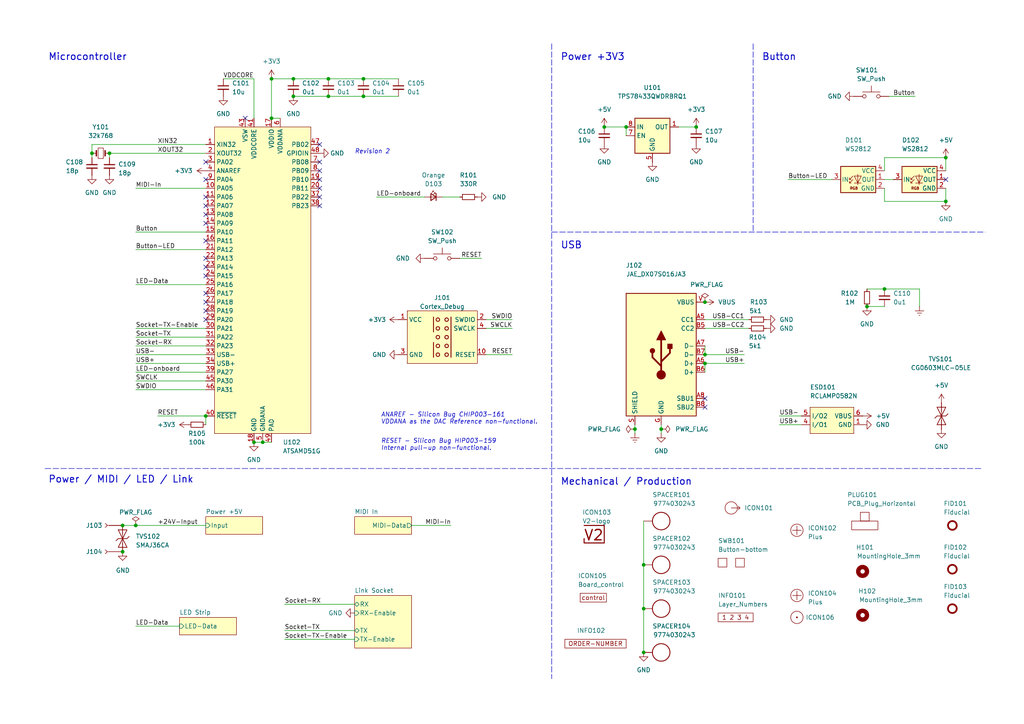
<source format=kicad_sch>
(kicad_sch (version 20250114) (generator "eeschema") (generator_version "9.0")
  (paper "A4")
  (title_block (title "V2 control") (date "2025-10-27") (rev "6") (company "Versio Duo") (comment 1 "Instrument Controller"))
  (lib_symbols
    (symbol "Device:C_Small" (pin_numbers (hide yes)) (pin_names (offset 0.254) (hide yes))
      (property "Reference" "C" (at 0.254 1.778 0))
      (property "Value" "C_Small" (at 0.254 -2.032 0))
      (symbol "C_Small_0_1"
        (polyline (pts (xy -1.524 0.508) (xy 1.524 0.508)) (stroke (width 0.3048)))
        (polyline (pts (xy -1.524 -0.508) (xy 1.524 -0.508)) (stroke (width 0.3302)))
      )
      (symbol "C_Small_1_1"
        (pin passive line (at 0 2.54 270) (length 2.032) (name "~") (number "1"))
        (pin passive line (at 0 -2.54 90) (length 2.032) (name "~") (number "2"))
      )
    )
    (symbol "Device:Crystal_Small" (pin_numbers (hide yes)) (pin_names (offset 1.016) (hide yes))
      (property "Reference" "Y" (at 0 2.54 0))
      (property "Value" "Crystal_Small" (at 0 -2.54 0))
      (symbol "Crystal_Small_0_1"
        (polyline (pts (xy -1.27 -0.762) (xy -1.27 0.762)) (stroke (width 0.381)))
        (rectangle (start -0.762 -1.524) (end 0.762 1.524))
        (polyline (pts (xy 1.27 -0.762) (xy 1.27 0.762)) (stroke (width 0.381)))
      )
      (symbol "Crystal_Small_1_1"
        (pin passive line (at -2.54 0 0) (length 1.27) (name "1") (number "1"))
        (pin passive line (at 2.54 0 180) (length 1.27) (name "2") (number "2"))
      )
    )
    (symbol "Device:LED_Small" (pin_numbers (hide yes)) (pin_names (offset 0.254) (hide yes))
      (property "Reference" "D" (at -1.27 3.175 0))
      (property "Value" "LED_Small" (at -4.445 -2.54 0))
      (symbol "LED_Small_0_1"
        (polyline (pts (xy -0.762 -1.016) (xy -0.762 1.016)) (stroke (width 0.254)))
        (polyline (pts (xy 0 0.762) (xy -0.508 1.27) (xy -0.254 1.27) (xy -0.508 1.27) (xy -0.508 1.016)))
        (polyline (pts (xy 0.508 1.27) (xy 0 1.778) (xy 0.254 1.778) (xy 0 1.778) (xy 0 1.524)))
        (polyline (pts (xy 0.762 -1.016) (xy -0.762 0) (xy 0.762 1.016) (xy 0.762 -1.016)) (stroke (width 0.254)))
        (polyline (pts (xy 1.016 0) (xy -0.762 0)))
      )
      (symbol "LED_Small_1_1"
        (pin passive line (at -2.54 0 0) (length 1.778) (name "K") (number "1"))
        (pin passive line (at 2.54 0 180) (length 1.778) (name "A") (number "2"))
      )
    )
    (symbol "Device:R_Small" (pin_numbers (hide yes)) (pin_names (offset 0.254) (hide yes))
      (property "Reference" "R" (at 0 0 90))
      (property "Value" "R_Small" (at 1.778 0 90))
      (symbol "R_Small_0_1"
        (rectangle (start -0.762 1.778) (end 0.762 -1.778) (stroke (width 0.2032)))
      )
      (symbol "R_Small_1_1"
        (pin passive line (at 0 2.54 270) (length 0.762) (name "~") (number "1"))
        (pin passive line (at 0 -2.54 90) (length 0.762) (name "~") (number "2"))
      )
    )
    (symbol "Switch:SW_Push" (pin_numbers (hide yes)) (pin_names (offset 1.016) (hide yes))
      (property "Reference" "SW" (at 1.27 2.54 0))
      (property "Value" "SW_Push" (at 0 -1.524 0))
      (symbol "SW_Push_0_1"
        (circle (center -2.032 0) (radius 0.508))
        (polyline (pts (xy 0 1.27) (xy 0 3.048)))
        (circle (center 2.032 0) (radius 0.508))
        (polyline (pts (xy 2.54 1.27) (xy -2.54 1.27)))
        (pin passive line (at -5.08 0 0) (length 2.54) (name "1") (number "1"))
        (pin passive line (at 5.08 0 180) (length 2.54) (name "2") (number "2"))
      )
    )
    (symbol "V2_Artwork:Arrow_Out" (in_bom no)
      (property "Reference" "ICON" (at -2.54 2.54 0))
      (symbol "Arrow_Out_0_1"
        (polyline (pts (xy 0 0) (xy 2.54 0)))
        (circle (center 0 0) (radius 1.7961))
        (polyline (pts (xy 2.032 0.508) (xy 2.54 0) (xy 2.032 -0.508)))
      )
    )
    (symbol "V2_Artwork:Board_control" (in_bom no)
      (property "Reference" "ICON" (at 0 2.54 0))
      (symbol "Board_control_0_0"
        (rectangle (start -11.43 7.62) (end -11.43 7.62))
        (rectangle (start -3.81 1.27) (end 3.81 -1.27))
        (text "control" (at 0 0 0) (effects (font (size 1.27 1.27))))
      )
    )
    (symbol "V2_Artwork:Dot" (in_bom no)
      (property "Reference" "ICON" (at -2.54 2.54 0))
      (symbol "Dot_0_1"
        (circle (center 0 0) (radius 1.7961))
      )
      (symbol "Dot_1_1"
        (circle (center 0 0) (radius 0.254) (stroke (width -0.0001)) (fill (type outline)))
      )
    )
    (symbol "V2_Artwork:Plus" (in_bom no)
      (property "Reference" "ICON" (at -2.54 2.54 0))
      (symbol "Plus_0_1"
        (polyline (pts (xy -1.27 0) (xy 1.27 0)))
        (polyline (pts (xy 0 1.27) (xy 0 -1.27)))
        (circle (center 0 0) (radius 1.7961))
      )
    )
    (symbol "V2_Artwork:V2-logo" (in_bom no)
      (property "Reference" "ICON" (at -3.302 3.81 0))
      (symbol "V2-logo_1_0"
        (polyline (pts (xy -3.302 2.54) (xy 2.54 2.54) (xy 2.54 -2.54) (xy -3.302 -2.54) (xy -3.302 -1.27)) (stroke (width 0.3)))
      )
      (symbol "V2-logo_1_1"
        (text "V2" (at -0.508 -0.254 0) (effects (font (size 3 3) (thickness 0.375))))
      )
    )
    (symbol "V2_Connector_USB:JAE_DX07S016JA3"
      (property "Reference" "J" (at -10.16 22.86 0))
      (property "Value" "USB-C_2.0" (at -10.16 20.5 0))
      (symbol "JAE_DX07S016JA3_0_1"
        (rectangle (start -10.16 17.78) (end 10.16 -17.78) (stroke (width 0.254)) (fill (type background)))
        (circle (center -2.54 1.143) (radius 0.635) (stroke (width 0.254)) (fill (type outline)))
        (polyline (pts (xy -1.27 4.318) (xy 0 6.858) (xy 1.27 4.318) (xy -1.27 4.318)) (stroke (width 0.254)) (fill (type outline)))
        (polyline (pts (xy 0 -2.032) (xy 2.54 0.508) (xy 2.54 1.778)) (stroke (width 0.508)))
        (polyline (pts (xy 0 -3.302) (xy -2.54 -0.762) (xy -2.54 0.508)) (stroke (width 0.508)))
        (polyline (pts (xy 0 -5.842) (xy 0 4.318)) (stroke (width 0.508)))
        (circle (center 0 -5.842) (radius 1.27) (fill (type outline)))
        (rectangle (start 1.905 1.778) (end 3.175 3.048) (stroke (width 0.254)) (fill (type outline)))
      )
      (symbol "JAE_DX07S016JA3_1_1"
        (pin passive line (at -7.62 -20.32 90) (length 2.54) (name "SHIELD") (number "S"))
        (pin passive line (at 0 -20.32 90) (length 2.54) (name "GND") (number "G"))
        (pin passive line (at 12.7 15.24 180) (length 2.54) (name "VBUS") (number "V"))
        (pin bidirectional line (at 12.7 10.16 180) (length 2.54) (name "CC1") (number "A5"))
        (pin bidirectional line (at 12.7 7.62 180) (length 2.54) (name "CC2") (number "B5"))
        (pin bidirectional line (at 12.7 2.54 180) (length 2.54) (name "D-") (number "A7"))
        (pin bidirectional line (at 12.7 0 180) (length 2.54) (name "D-") (number "B7"))
        (pin bidirectional line (at 12.7 -2.54 180) (length 2.54) (name "D+") (number "A6"))
        (pin bidirectional line (at 12.7 -5.08 180) (length 2.54) (name "D+") (number "B6"))
        (pin bidirectional line (at 12.7 -12.7 180) (length 2.54) (name "SBU1") (number "A8"))
        (pin bidirectional line (at 12.7 -15.24 180) (length 2.54) (name "SBU2") (number "B8"))
      )
    )
    (symbol "V2_Connector_WAGO:2065" (pin_numbers (hide yes)) (pin_names (offset 1.016) (hide yes))
      (property "Reference" "J" (at -5.08 6.35 0))
      (symbol "2065_1_1"
        (polyline (pts (xy -1.27 0) (xy -0.508 0)) (stroke (width 0.1524)))
        (arc (start 0 -0.508) (mid -0.5058 0) (end 0 0.508) (stroke (width 0.1524)))
        (pin passive line (at -5.08 0 0) (length 3.81) (name "") (number "1"))
      )
    )
    (symbol "V2_Cortex_Debug:Cortex_Debug" (in_bom no)
      (property "Reference" "J" (at -8.89 11.43 0))
      (property "Value" "Cortex_Debug" (at -8.89 8.89 0))
      (symbol "Cortex_Debug_1_0"
        (polyline (pts (xy -1.27 5.842) (xy -1.27 1.524)) (stroke (width 0.254)))
        (polyline (pts (xy -1.27 -1.524) (xy -1.27 -5.842)) (stroke (width 0.254)))
        (circle (center 0 5.08) (radius 0.508) (stroke (width 0.254)))
        (circle (center 0 2.54) (radius 0.508) (stroke (width 0.254)))
        (circle (center 0 0) (radius 0.508) (stroke (width 0.254)))
        (circle (center 0 -2.54) (radius 0.508) (stroke (width 0.254)))
        (circle (center 0 -5.08) (radius 0.508) (stroke (width 0.254)))
        (circle (center 2.54 5.08) (radius 0.508) (stroke (width 0.254)))
        (circle (center 2.54 2.54) (radius 0.508) (stroke (width 0.254)))
        (circle (center 2.54 0) (radius 0.508) (stroke (width 0.254)))
        (circle (center 2.54 -2.54) (radius 0.508) (stroke (width 0.254)))
        (circle (center 2.54 -5.08) (radius 0.508) (stroke (width 0.254)))
        (polyline (pts (xy 3.81 -5.842) (xy 3.81 5.842)) (stroke (width 0.254)))
        (pin power_in line (at -11.43 5.08 0) (length 2.54) (name "VCC") (number "1"))
        (pin power_in line (at -11.43 -5.08 0) (length 2.54) (name "GND") (number "3"))
        (pin passive line (at -11.43 -5.08 0) (length 2.54) (hide yes) (name "GND") (number "5"))
        (pin bidirectional line (at 13.97 5.08 180) (length 2.54) (name "SWDIO") (number "2"))
        (pin input line (at 13.97 2.54 180) (length 2.54) (name "SWCLK") (number "4"))
        (pin input line (at 13.97 -5.08 180) (length 2.54) (name "RESET") (number "10"))
      )
      (symbol "Cortex_Debug_1_1"
        (rectangle (start -8.89 7.62) (end 11.43 -7.62) (fill (type background)))
      )
    )
    (symbol "V2_Diode:CG0603MLC-05LE" (pin_numbers (hide yes)) (pin_names (hide yes))
      (property "Reference" "TVS" (at -1.27 3.81 0))
      (property "Value" "CG0603MLC-05LE" (at 0 -3.81 0))
      (symbol "CG0603MLC-05LE_0_1"
        (polyline (pts (xy -2.54 -1.27) (xy -2.54 1.27) (xy 0 0) (xy -2.54 -1.27)) (stroke (width 0.2032)))
        (polyline (pts (xy 0 1.27) (xy -0.635 1.905) (xy 0 1.27) (xy 0 -1.27) (xy 0.635 -1.905) (xy 0 -1.27)) (stroke (width 0.2032)))
        (polyline (pts (xy 1.27 0) (xy -1.27 0)))
        (polyline (pts (xy 2.54 1.27) (xy 2.54 -1.27) (xy 0 0) (xy 2.54 1.27)) (stroke (width 0.2032)))
      )
      (symbol "CG0603MLC-05LE_1_1"
        (pin passive line (at -3.81 0 0) (length 2.54) (name "K") (number "1"))
        (pin passive line (at 3.81 0 180) (length 2.54) (name "A") (number "2"))
      )
    )
    (symbol "V2_Diode:SMAJ36CA" (pin_numbers (hide yes)) (pin_names (hide yes))
      (property "Reference" "TVS" (at -1.27 3.81 0))
      (property "Value" "SMAJ24CA" (at 0 -3.81 0))
      (symbol "SMAJ36CA_0_1"
        (polyline (pts (xy -2.54 -1.27) (xy -2.54 1.27) (xy 0 0) (xy -2.54 -1.27)) (stroke (width 0.2032)))
        (polyline (pts (xy 0 1.27) (xy -0.635 1.905) (xy 0 1.27) (xy 0 -1.27) (xy 0.635 -1.905) (xy 0 -1.27)) (stroke (width 0.2032)))
        (polyline (pts (xy 1.27 0) (xy -1.27 0)))
        (polyline (pts (xy 2.54 1.27) (xy 2.54 -1.27) (xy 0 0) (xy 2.54 1.27)) (stroke (width 0.2032)))
      )
      (symbol "SMAJ36CA_1_1"
        (pin passive line (at -3.81 0 0) (length 2.54) (name "K") (number "1"))
        (pin passive line (at 3.81 0 180) (length 2.54) (name "A") (number "2"))
      )
    )
    (symbol "V2_ESD_Suppressor:RCLAMP0582N"
      (property "Reference" "ESD" (at -6.35 6.35 0))
      (property "Value" "RCLAMP0582N" (at -6.35 3.81 0))
      (symbol "RCLAMP0582N_0_1"
        (rectangle (start -6.35 2.54) (end 6.35 -5.08) (fill (type background)))
      )
      (symbol "RCLAMP0582N_1_0"
        (pin bidirectional line (at -8.89 0 0) (length 2.54) (name "I/O2") (number "5"))
        (pin bidirectional line (at -8.89 -2.54 0) (length 2.54) (name "I/O1") (number "4"))
        (pin no_connect line (at 2.54 -10.16 0) (length 2.54) (hide yes) (name "") (number "3"))
        (pin power_in line (at 8.89 0 180) (length 2.54) (name "VBUS") (number "6"))
        (pin power_in line (at 8.89 -2.54 180) (length 2.54) (name "GND") (number "1"))
      )
      (symbol "RCLAMP0582N_1_1"
        (pin no_connect line (at 2.54 -7.62 0) (length 2.54) (hide yes) (name "") (number "2"))
      )
    )
    (symbol "V2_LED:WS2812" (pin_names (offset 0.254))
      (property "Reference" "D3" (at 0 11.43 0))
      (property "Value" "WS2812" (at 0 8.89 0))
      (symbol "WS2812_0_0"
        (text "RGB" (at -1.27 -1.27 0) (effects (font (size 0.762 0.762))))
      )
      (symbol "WS2812_0_1"
        (rectangle (start -5.08 5.08) (end 5.08 -2.54) (stroke (width 0.254)) (fill (type background)))
        (polyline (pts (xy -2.54 1.27) (xy -2.032 1.27)))
        (polyline (pts (xy -2.54 0.254) (xy -2.032 0.254)))
        (polyline (pts (xy -1.524 2.286) (xy -2.54 1.27) (xy -2.54 1.778)))
        (polyline (pts (xy -1.524 1.27) (xy -2.54 0.254) (xy -2.54 0.762)))
        (polyline (pts (xy -0.127 2.794) (xy -0.127 0.254) (xy -0.127 -0.254)))
        (polyline (pts (xy 0.889 2.286) (xy -1.143 2.286) (xy -0.127 0.254) (xy 0.889 2.286)))
        (polyline (pts (xy 0.889 0.254) (xy -1.143 0.254)))
      )
      (symbol "WS2812_1_1"
        (pin input line (at -7.62 1.27 0) (length 2.54) (name "IN") (number "3"))
        (pin power_in line (at 7.62 3.81 180) (length 2.54) (name "VCC") (number "4"))
        (pin output line (at 7.62 1.27 180) (length 2.54) (name "OUT") (number "1"))
        (pin power_in line (at 7.62 -1.27 180) (length 2.54) (name "GND") (number "2"))
      )
    )
    (symbol "V2_MCU_Microchip_SAMD:ATSAMD51G"
      (property "Reference" "U" (at 8.8392 -47.2948 0))
      (property "Value" "ATSAMD51G" (at 13.8684 -51.8668 0))
      (symbol "ATSAMD51G_0_1"
        (rectangle (start -13.97 44.45) (end 13.97 -44.45) (fill (type background)))
      )
      (symbol "ATSAMD51G_1_1"
        (pin bidirectional line (at -16.51 39.37 0) (length 2.54) (name "PA00") (number "1") (alternate "XIN32" input line))
        (pin bidirectional line (at -16.51 36.83 0) (length 2.54) (name "PA01") (number "2") (alternate "XOUT32" output line))
        (pin bidirectional line (at -16.51 34.29 0) (length 2.54) (name "PA02") (number "3"))
        (pin bidirectional line (at -16.51 31.75 0) (length 2.54) (name "PA03") (number "4") (alternate "ANAREF" input line))
        (pin bidirectional line (at -16.51 29.21 0) (length 2.54) (name "PA04") (number "9"))
        (pin bidirectional line (at -16.51 26.67 0) (length 2.54) (name "PA05") (number "10"))
        (pin bidirectional line (at -16.51 24.13 0) (length 2.54) (name "PA06") (number "11"))
        (pin bidirectional line (at -16.51 21.59 0) (length 2.54) (name "PA07") (number "12"))
        (pin bidirectional line (at -16.51 19.05 0) (length 2.54) (name "PA08") (number "13"))
        (pin bidirectional line (at -16.51 16.51 0) (length 2.54) (name "PA09") (number "14"))
        (pin bidirectional line (at -16.51 13.97 0) (length 2.54) (name "PA10") (number "15"))
        (pin bidirectional line (at -16.51 11.43 0) (length 2.54) (name "PA11") (number "16"))
        (pin bidirectional line (at -16.51 8.89 0) (length 2.54) (name "PA12") (number "21"))
        (pin bidirectional line (at -16.51 6.35 0) (length 2.54) (name "PA13") (number "22"))
        (pin bidirectional line (at -16.51 3.81 0) (length 2.54) (name "PA14") (number "23"))
        (pin bidirectional line (at -16.51 1.27 0) (length 2.54) (name "PA15") (number "24"))
        (pin bidirectional line (at -16.51 -1.27 0) (length 2.54) (name "PA16") (number "25"))
        (pin bidirectional line (at -16.51 -3.81 0) (length 2.54) (name "PA17") (number "26"))
        (pin bidirectional line (at -16.51 -6.35 0) (length 2.54) (name "PA18") (number "27"))
        (pin bidirectional line (at -16.51 -8.89 0) (length 2.54) (name "PA19") (number "28"))
        (pin bidirectional line (at -16.51 -11.43 0) (length 2.54) (name "PA20") (number "29"))
        (pin bidirectional line (at -16.51 -13.97 0) (length 2.54) (name "PA21") (number "30"))
        (pin bidirectional line (at -16.51 -16.51 0) (length 2.54) (name "PA22") (number "31"))
        (pin bidirectional line (at -16.51 -19.05 0) (length 2.54) (name "PA23") (number "32"))
        (pin bidirectional line (at -16.51 -21.59 0) (length 2.54) (name "PA24") (number "33") (alternate "USB-" bidirectional line))
        (pin bidirectional line (at -16.51 -24.13 0) (length 2.54) (name "PA25") (number "34") (alternate "USB+" bidirectional line))
        (pin bidirectional line (at -16.51 -26.67 0) (length 2.54) (name "PA27") (number "39"))
        (pin bidirectional line (at -16.51 -29.21 0) (length 2.54) (name "PA30") (number "45"))
        (pin bidirectional line (at -16.51 -31.75 0) (length 2.54) (name "PA31") (number "46"))
        (pin input line (at -16.51 -39.37 0) (length 2.54) (name "~{RESET}") (number "40"))
        (pin power_in line (at -5.08 46.99 270) (length 2.54) (name "VSW") (number "43"))
        (pin power_out line (at -2.54 46.99 270) (length 2.54) (name "VDDCORE") (number "41"))
        (pin power_in line (at -2.54 -46.99 90) (length 2.54) (name "GND") (number "18"))
        (pin passive line (at -2.54 -46.99 90) (length 2.54) (hide yes) (name "GND") (number "35"))
        (pin passive line (at -2.54 -46.99 90) (length 2.54) (hide yes) (name "GND") (number "42"))
        (pin power_in line (at 0 -46.99 90) (length 2.54) (name "GNDANA") (number "5"))
        (pin power_in line (at 2.54 46.99 270) (length 2.54) (name "VDDIO") (number "17"))
        (pin passive line (at 2.54 46.99 270) (length 2.54) (hide yes) (name "VDDIO") (number "36"))
        (pin passive line (at 2.54 46.99 270) (length 2.54) (hide yes) (name "VDDIO") (number "44"))
        (pin power_in line (at 2.54 -46.99 90) (length 2.54) (name "PAD") (number "49"))
        (pin power_in line (at 5.08 46.99 270) (length 2.54) (name "VDDANA") (number "6"))
        (pin bidirectional line (at 16.51 39.37 180) (length 2.54) (name "PB02") (number "47"))
        (pin bidirectional line (at 16.51 36.83 180) (length 2.54) (name "PB03") (number "48") (alternate "GPIOIN" input line))
        (pin bidirectional line (at 16.51 34.29 180) (length 2.54) (name "PB08") (number "7"))
        (pin bidirectional line (at 16.51 31.75 180) (length 2.54) (name "PB09") (number "8"))
        (pin bidirectional line (at 16.51 29.21 180) (length 2.54) (name "PB10") (number "19"))
        (pin bidirectional line (at 16.51 26.67 180) (length 2.54) (name "PB11") (number "20"))
        (pin bidirectional line (at 16.51 24.13 180) (length 2.54) (name "PB22") (number "37"))
        (pin bidirectional line (at 16.51 21.59 180) (length 2.54) (name "PB23") (number "38"))
      )
    )
    (symbol "V2_Mechanical:Fiducial_Paste" (in_bom no)
      (property "Reference" "FID" (at 0 5.08 0))
      (property "Value" "Fiducial_Paste" (at 0 3.175 0))
      (symbol "Fiducial_Paste_0_1"
        (circle (center 0 0) (radius 1.27) (stroke (width 0.508)))
      )
    )
    (symbol "V2_Mechanical:MountingHole_3mm" (pin_names (offset 1.016)) (in_bom no)
      (property "Reference" "H" (at 0 5.08 0))
      (property "Value" "MountingHole_3mm" (at 0 3.175 0))
      (symbol "MountingHole_3mm_0_1"
        (circle (center 0 0) (radius 1.27) (stroke (width 1.27)))
      )
    )
    (symbol "V2_PCB_Devices:Button-bottom" (in_bom no)
      (property "Reference" "SWB1" (at -2.54 3.81 0))
      (property "Value" "Button-bottom" (at -6.35 -3.81 0))
      (symbol "Button-bottom_0_1"
        (rectangle (start -3.81 1.27) (end -1.27 -1.27))
        (rectangle (start 1.27 1.27) (end 3.81 -1.27))
      )
    )
    (symbol "V2_PCB_Devices:PCB_Plug_Horizontal" (in_bom no)
      (property "Reference" "PLUG" (at 0 -5.08 0))
      (property "Value" "PCB_Plug_Horizontal" (at 1.27 -8.89 0))
      (symbol "PCB_Plug_Horizontal_0_1"
        (rectangle (start -3.81 0) (end 3.81 -2.54))
        (rectangle (start -1.27 2.54) (end 1.27 0))
      )
    )
    (symbol "V2_Production:Layer_Numbers" (in_bom no)
      (property "Reference" "INFO" (at 0 3.81 0))
      (property "Value" "Layer_Numbers" (at 0 -3.81 0))
      (symbol "Layer_Numbers_0_0"
        (text "1 2 3 4" (at 0 0 0) (effects (font (size 1.27 1.27))))
      )
      (symbol "Layer_Numbers_0_1"
        (rectangle (start -5.08 1.27) (end 5.08 -1.27))
      )
    )
    (symbol "V2_Production:Order_Number" (in_bom no)
      (property "Reference" "INFO" (at 0 2.54 0))
      (symbol "Order_Number_0_0"
        (text "ORDER-NUMBER" (at 0 0 0) (effects (font (size 1.27 1.27))))
      )
      (symbol "Order_Number_0_1"
        (rectangle (start -8.89 1.27) (end 8.89 -1.27))
      )
    )
    (symbol "V2_Regulator_Linear:TPS78433QWDRBRQ1"
      (property "Reference" "U" (at -5.08 10.16 0))
      (property "Value" "TPS78433QWDRBRQ1" (at -5.08 7.62 0))
      (symbol "TPS78433QWDRBRQ1_0_1"
        (rectangle (start -5.08 -5.08) (end 5.08 5.08) (stroke (width 0.254)) (fill (type background)))
        (pin power_in line (at -7.62 2.54 0) (length 2.54) (name "IN") (number "8"))
        (pin input line (at -7.62 0 0) (length 2.54) (name "EN") (number "7"))
        (pin power_in line (at 0 -7.62 90) (length 2.54) (name "GND") (number "5"))
        (pin no_connect line (at 0 -19.05 180) (length 2.54) (hide yes) (name "") (number "2"))
        (pin no_connect line (at 0 -21.59 180) (length 2.54) (hide yes) (name "") (number "3"))
        (pin no_connect line (at 0 -24.13 180) (length 2.54) (hide yes) (name "") (number "4"))
        (pin no_connect line (at 0 -26.67 180) (length 2.54) (hide yes) (name "") (number "6"))
        (pin power_out line (at 7.62 2.54 180) (length 2.54) (name "OUT") (number "1"))
      )
      (symbol "TPS78433QWDRBRQ1_1_1"
        (pin passive line (at 0 -7.62 90) (length 2.54) (hide yes) (name "GND") (number "9"))
      )
    )
    (symbol "V2_Spacer_Wurth:9774030243" (pin_numbers (hide yes)) (pin_names (hide yes))
      (property "Reference" "SPACER" (at 0 7.62 0))
      (property "Value" "9774030243" (at 0 5.08 0))
      (symbol "9774030243_1_0"
        (circle (center 0 0) (radius 2.54) (stroke (width 0.254)))
        (pin passive line (at -5.08 0 0) (length 2.54) (name "1") (number "1"))
      )
    )
    (symbol "power:+3V3" (power) (pin_numbers (hide yes)) (pin_names (offset 0) (hide yes))
      (property "Value" "+3V3" (at 0 3.556 0))
      (symbol "+3V3_0_1"
        (polyline (pts (xy -0.762 1.27) (xy 0 2.54)))
        (polyline (pts (xy 0 2.54) (xy 0.762 1.27)))
        (polyline (pts (xy 0 0) (xy 0 2.54)))
      )
      (symbol "+3V3_1_1"
        (pin power_in line (at 0 0 90) (length 0) (name "~") (number "1"))
      )
    )
    (symbol "power:+5V" (power) (pin_numbers (hide yes)) (pin_names (offset 0) (hide yes))
      (property "Value" "+5V" (at 0 3.556 0))
      (symbol "+5V_0_1"
        (polyline (pts (xy -0.762 1.27) (xy 0 2.54)))
        (polyline (pts (xy 0 2.54) (xy 0.762 1.27)))
        (polyline (pts (xy 0 0) (xy 0 2.54)))
      )
      (symbol "+5V_1_1"
        (pin power_in line (at 0 0 90) (length 0) (name "~") (number "1"))
      )
    )
    (symbol "power:Earth" (power) (pin_numbers (hide yes)) (pin_names (offset 0) (hide yes))
      (property "Value" "Earth" (at 0 -3.81 0))
      (symbol "Earth_0_1"
        (polyline (pts (xy -0.635 -1.905) (xy 0.635 -1.905)))
        (polyline (pts (xy -0.127 -2.54) (xy 0.127 -2.54)))
        (polyline (pts (xy 0 -1.27) (xy 0 0)))
        (polyline (pts (xy 1.27 -1.27) (xy -1.27 -1.27)))
      )
      (symbol "Earth_1_1"
        (pin power_in line (at 0 0 270) (length 0) (name "~") (number "1"))
      )
    )
    (symbol "power:GND" (power) (pin_numbers (hide yes)) (pin_names (offset 0) (hide yes))
      (property "Value" "GND" (at 0 -3.81 0))
      (symbol "GND_0_1"
        (polyline (pts (xy 0 0) (xy 0 -1.27) (xy 1.27 -1.27) (xy 0 -2.54) (xy -1.27 -1.27) (xy 0 -1.27)))
      )
      (symbol "GND_1_1"
        (pin power_in line (at 0 0 270) (length 0) (name "~") (number "1"))
      )
    )
    (symbol "power:PWR_FLAG" (power) (pin_numbers (hide yes)) (pin_names (offset 0) (hide yes))
      (property "Value" "PWR_FLAG" (at 0 3.81 0))
      (symbol "PWR_FLAG_0_0"
        (pin power_out line (at 0 0 90) (length 0) (name "~") (number "1"))
      )
      (symbol "PWR_FLAG_0_1"
        (polyline (pts (xy 0 0) (xy 0 1.27) (xy -1.016 1.905) (xy 0 2.54) (xy 1.016 1.905) (xy 0 1.27)))
      )
    )
    (symbol "power:VBUS" (power) (pin_numbers (hide yes)) (pin_names (offset 0) (hide yes))
      (property "Value" "VBUS" (at 0 3.556 0))
      (symbol "VBUS_0_1"
        (polyline (pts (xy -0.762 1.27) (xy 0 2.54)))
        (polyline (pts (xy 0 2.54) (xy 0.762 1.27)))
        (polyline (pts (xy 0 0) (xy 0 2.54)))
      )
      (symbol "VBUS_1_1"
        (pin power_in line (at 0 0 90) (length 0) (name "~") (number "1"))
      )
    )
  )
  (text "ANAREF - ﻿Silicon Bug CHIP003-161\nVDDANA as the DAC Reference non-functional." (at 110.49 123.19 0) (effects (font (size 1.27 1.27) (italic yes)) (justify left bottom)))
  (text "Power / MIDI / LED / Link" (at 13.97 140.335 0) (effects (font (size 2 2) (thickness 0.254) (bold yes)) (justify left bottom)))
  (text "RESET - ﻿Silicon Bug HIP003-159\nInternal pull-up non-functional." (at 110.49 130.81 0) (effects (font (size 1.27 1.27) (italic yes)) (justify left bottom)))
  (text "Button" (at 220.98 17.78 0) (effects (font (size 2 2) (thickness 0.254) (bold yes)) (justify left bottom)))
  (text "Revision 2" (at 102.8631 44.7962 0) (effects (font (size 1.27 1.27) (italic yes)) (justify left bottom)))
  (text "Power +3V3" (at 162.56 17.78 0) (effects (font (size 2 2) (thickness 0.254) (bold yes)) (justify left bottom)))
  (text "Mechanical / Production" (at 162.56 140.97 0) (effects (font (size 2 2) (thickness 0.254) (bold yes)) (justify left bottom)))
  (text "Microcontroller" (at 13.97 17.78 0) (effects (font (size 2 2) (thickness 0.254) (bold yes)) (justify left bottom)))
  (text "USB" (at 162.56 72.39 0) (effects (font (size 2 2) (thickness 0.254) (bold yes)) (justify left bottom)))
  (junction (at 95.25 22.86))
  (junction (at 204.47 105.41))
  (junction (at 181.61 36.83))
  (junction (at 39.37 152.4))
  (junction (at 186.69 176.53))
  (junction (at 73.66 128.27))
  (junction (at 274.32 58.42))
  (junction (at 35.56 160.02))
  (junction (at 201.93 36.83))
  (junction (at 85.09 27.94))
  (junction (at 85.09 22.86))
  (junction (at 105.41 27.94))
  (junction (at 31.75 44.45))
  (junction (at 35.56 152.4))
  (junction (at 105.41 22.86))
  (junction (at 95.25 27.94))
  (junction (at 204.47 102.87))
  (junction (at 78.74 22.86))
  (junction (at 191.77 124.46))
  (junction (at 76.2 128.27))
  (junction (at 26.67 44.45))
  (junction (at 274.32 45.72))
  (junction (at 186.69 163.83))
  (junction (at 175.26 36.83))
  (junction (at 256.54 83.82))
  (junction (at 184.15 124.46))
  (junction (at 204.47 87.63))
  (junction (at 186.69 189.23))
  (junction (at 251.46 88.9))
  (junction (at 59.69 120.65))
  (junction (at 78.74 34.29))
  (no_connect (at 274.32 52.07))
  (no_connect (at 204.47 115.57))
  (no_connect (at 204.47 118.11))
  (no_connect (at 59.69 57.15))
  (no_connect (at 59.69 59.69))
  (no_connect (at 59.69 62.23))
  (no_connect (at 59.69 64.77))
  (no_connect (at 59.69 69.85))
  (no_connect (at 59.69 52.07))
  (no_connect (at 59.69 46.99))
  (no_connect (at 59.69 85.09))
  (no_connect (at 59.69 80.01))
  (no_connect (at 59.69 77.47))
  (no_connect (at 59.69 74.93))
  (no_connect (at 59.69 87.63))
  (no_connect (at 92.71 52.07))
  (no_connect (at 92.71 54.61))
  (no_connect (at 92.71 59.69))
  (no_connect (at 92.71 57.15))
  (no_connect (at 92.71 49.53))
  (no_connect (at 92.71 46.99))
  (no_connect (at 92.71 41.91))
  (no_connect (at 71.12 34.29))
  (no_connect (at 59.69 90.17))
  (no_connect (at 59.69 92.71))
  (wire (pts (xy 39.37 113.03) (xy 59.69 113.03)))
  (wire (pts (xy 226.06 120.65) (xy 232.41 120.65)))
  (wire (pts (xy 256.54 49.53) (xy 256.54 45.72)))
  (wire (pts (xy 204.47 100.33) (xy 204.47 102.87)))
  (wire (pts (xy 256.54 52.07) (xy 259.08 52.07)))
  (wire (pts (xy 78.74 22.86) (xy 85.09 22.86)))
  (wire (pts (xy 39.37 82.55) (xy 59.69 82.55)))
  (wire (pts (xy 256.54 45.72) (xy 274.32 45.72)))
  (wire (pts (xy 184.15 124.46) (xy 184.15 123.19)))
  (wire (pts (xy 64.77 22.86) (xy 73.66 22.86)))
  (polyline (pts (xy 284.48 135.89) (xy 12.7 135.89)) (stroke (width 0) (type dash)))
  (wire (pts (xy 82.55 185.42) (xy 102.87 185.42)))
  (wire (pts (xy 184.15 125.73) (xy 184.15 124.46)))
  (wire (pts (xy 26.67 44.45) (xy 26.67 45.72)))
  (wire (pts (xy 251.46 88.9) (xy 256.54 88.9)))
  (wire (pts (xy 140.97 102.87) (xy 148.59 102.87)))
  (wire (pts (xy 204.47 105.41) (xy 215.9 105.41)))
  (wire (pts (xy 35.56 152.4) (xy 39.37 152.4)))
  (wire (pts (xy 251.46 83.82) (xy 256.54 83.82)))
  (wire (pts (xy 39.37 72.39) (xy 59.69 72.39)))
  (wire (pts (xy 256.54 58.42) (xy 274.32 58.42)))
  (wire (pts (xy 73.66 22.86) (xy 73.66 34.29)))
  (wire (pts (xy 95.25 27.94) (xy 105.41 27.94)))
  (wire (pts (xy 39.37 54.61) (xy 59.69 54.61)))
  (wire (pts (xy 204.47 95.25) (xy 217.17 95.25)))
  (wire (pts (xy 73.66 128.27) (xy 76.2 128.27)))
  (wire (pts (xy 39.37 110.49) (xy 59.69 110.49)))
  (wire (pts (xy 191.77 125.73) (xy 191.77 124.46)))
  (wire (pts (xy 204.47 102.87) (xy 215.9 102.87)))
  (wire (pts (xy 78.74 34.29) (xy 81.28 34.29)))
  (wire (pts (xy 76.2 128.27) (xy 78.74 128.27)))
  (wire (pts (xy 39.37 95.25) (xy 59.69 95.25)))
  (wire (pts (xy 204.47 105.41) (xy 204.47 107.95)))
  (wire (pts (xy 191.77 124.46) (xy 191.77 123.19)))
  (wire (pts (xy 186.69 163.83) (xy 186.69 176.53)))
  (wire (pts (xy 39.37 102.87) (xy 59.69 102.87)))
  (wire (pts (xy 226.06 123.19) (xy 232.41 123.19)))
  (wire (pts (xy 109.22 57.15) (xy 123.19 57.15)))
  (wire (pts (xy 274.32 54.61) (xy 274.32 58.42)))
  (wire (pts (xy 39.37 181.61) (xy 52.07 181.61)))
  (wire (pts (xy 128.27 57.15) (xy 133.35 57.15)))
  (wire (pts (xy 39.37 152.4) (xy 59.69 152.4)))
  (wire (pts (xy 181.61 36.83) (xy 181.61 39.37)))
  (wire (pts (xy 140.97 92.71) (xy 148.59 92.71)))
  (wire (pts (xy 39.37 107.95) (xy 59.69 107.95)))
  (wire (pts (xy 266.7 83.82) (xy 266.7 88.9)))
  (wire (pts (xy 175.26 36.83) (xy 181.61 36.83)))
  (wire (pts (xy 45.72 120.65) (xy 59.69 120.65)))
  (polyline (pts (xy 160.02 67.31) (xy 285.75 67.31)) (stroke (width 0) (type dash)))
  (wire (pts (xy 204.47 92.71) (xy 217.17 92.71)))
  (wire (pts (xy 39.37 105.41) (xy 59.69 105.41)))
  (wire (pts (xy 119.38 152.4) (xy 130.81 152.4)))
  (wire (pts (xy 186.69 176.53) (xy 186.69 189.23)))
  (wire (pts (xy 228.6 52.07) (xy 241.3 52.07)))
  (wire (pts (xy 85.09 22.86) (xy 95.25 22.86)))
  (wire (pts (xy 201.93 36.83) (xy 196.85 36.83)))
  (wire (pts (xy 85.09 27.94) (xy 95.25 27.94)))
  (wire (pts (xy 78.74 22.86) (xy 78.74 34.29)))
  (wire (pts (xy 82.55 175.26) (xy 102.87 175.26)))
  (wire (pts (xy 39.37 67.31) (xy 59.69 67.31)))
  (polyline (pts (xy 218.44 12.7) (xy 218.44 67.31)) (stroke (width 0) (type dash)))
  (wire (pts (xy 186.69 151.13) (xy 186.69 163.83)))
  (wire (pts (xy 274.32 45.72) (xy 274.32 49.53)))
  (wire (pts (xy 39.37 100.33) (xy 59.69 100.33)))
  (wire (pts (xy 256.54 54.61) (xy 256.54 58.42)))
  (wire (pts (xy 59.69 123.19) (xy 59.69 120.65)))
  (wire (pts (xy 105.41 22.86) (xy 115.57 22.86)))
  (wire (pts (xy 39.37 97.79) (xy 59.69 97.79)))
  (wire (pts (xy 95.25 22.86) (xy 105.41 22.86)))
  (wire (pts (xy 133.35 74.93) (xy 139.7 74.93)))
  (wire (pts (xy 59.69 41.91) (xy 26.67 41.91)))
  (wire (pts (xy 31.75 44.45) (xy 31.75 45.72)))
  (polyline (pts (xy 160.02 12.7) (xy 160.02 196.85)) (stroke (width 0) (type dash)))
  (wire (pts (xy 257.81 27.94) (xy 265.43 27.94)))
  (wire (pts (xy 82.55 182.88) (xy 102.87 182.88)))
  (wire (pts (xy 256.54 83.82) (xy 266.7 83.82)))
  (wire (pts (xy 26.67 41.91) (xy 26.67 44.45)))
  (wire (pts (xy 59.69 44.45) (xy 31.75 44.45)))
  (wire (pts (xy 140.97 95.25) (xy 148.59 95.25)))
  (wire (pts (xy 105.41 27.94) (xy 115.57 27.94)))
  (label "SWCLK" (at 148.59 95.25 180))
  (label "XIN32" (at 45.72 41.91 0))
  (label "LED-onboard" (at 109.22 57.15 0))
  (label "Button" (at 265.43 27.94 180))
  (label "LED-Data" (at 39.37 181.61 0))
  (label "LED-Data" (at 39.37 82.55 0))
  (label "Button-LED" (at 39.37 72.39 0))
  (label "+24V-Input" (at 45.72 152.4 0))
  (label "Button-LED" (at 228.6 52.07 0))
  (label "USB+" (at 39.37 105.41 0))
  (label "USB-CC2" (at 215.9 95.25 180))
  (label "RESET" (at 45.72 120.65 0))
  (label "USB-CC1" (at 215.9 92.71 180))
  (label "RESET" (at 148.59 102.87 180))
  (label "XOUT32" (at 45.72 44.45 0))
  (label "Socket-RX" (at 82.55 175.26 0))
  (label "MIDI-In" (at 130.81 152.4 180))
  (label "VDDCORE" (at 64.77 22.86 0))
  (label "Socket-TX-Enable" (at 82.55 185.42 0))
  (label "Socket-TX" (at 39.37 97.79 0))
  (label "RESET" (at 139.7 74.93 180))
  (label "MIDI-In" (at 39.37 54.61 0))
  (label "USB-" (at 215.9 102.87 180))
  (label "LED-onboard" (at 39.37 107.95 0))
  (label "USB-" (at 39.37 102.87 0))
  (label "USB+" (at 215.9 105.41 180))
  (label "Socket-TX" (at 82.55 182.88 0))
  (label "Socket-RX" (at 39.37 100.33 0))
  (label "SWCLK" (at 39.37 110.49 0))
  (label "SWDIO" (at 39.37 113.03 0))
  (label "Button" (at 39.37 67.31 0))
  (label "USB+" (at 226.06 123.19 0))
  (label "SWDIO" (at 148.59 92.71 180))
  (label "Socket-TX-Enable" (at 39.37 95.25 0))
  (label "USB-" (at 226.06 120.65 0))
  (symbol (lib_id "Device:C_Small") (at 115.57 25.4 0) (unit 1)
    (property "Reference" "C105" (at 118.11 24.13 0) (effects (justify left)))
    (property "Value" "0u1" (at 118.11 26.67 0) (effects (justify left)))
    (property "Footprint" "Capacitor_SMD:C_0603_1608Metric" (effects (hide yes)))
  )
  (symbol (lib_id "power:GND") (at 274.32 58.42 0) (unit 1)
    (property "Reference" "#PWR0116" (effects (hide yes)))
    (property "Value" "GND" (at 274.32 63.5 0))
  )
  (symbol (lib_id "V2_ESD_Suppressor:RCLAMP0582N") (at 241.3 120.65 0) (unit 1)
    (property "Reference" "ESD101" (at 234.95 113.03 0) (effects (justify left bottom)))
    (property "Value" "RCLAMP0582N" (at 234.95 115.57 0) (effects (justify left bottom)))
    (property "Footprint" "V2_ESD_Suppressor:SLP1210N6" (effects (hide yes)))
  )
  (symbol (lib_id "power:+3V3") (at 201.93 36.83 0) (unit 1)
    (property "Reference" "#PWR0106" (effects (hide yes)))
    (property "Value" "+3V3" (at 201.93 31.75 0))
  )
  (symbol (lib_id "V2_Production:Layer_Numbers") (at 213.36 179.07 0) (unit 1) (exclude_from_sim yes) (in_bom no)
    (property "Reference" "INFO101" (at 208.28 172.7199 0) (effects (justify left)))
    (property "Value" "Layer_Numbers" (at 208.28 175.2599 0) (effects (justify left)))
    (property "Footprint" "V2_Production:Layer_Numbers" (effects (hide yes)))
  )
  (symbol (lib_id "Switch:SW_Push") (at 252.73 27.94 0) (unit 1)
    (property "Reference" "SW101" (at 251.46 20.32 0))
    (property "Value" "SW_Push" (at 252.73 22.86 0))
    (property "Footprint" "V2_Button_Switch_SMD:SKSG" (effects (hide yes)))
  )
  (symbol (lib_id "power:GND") (at 92.71 44.45 90) (unit 1)
    (property "Reference" "#PWR0109" (effects (hide yes)))
    (property "Value" "GND" (at 97.79 44.45 90))
  )
  (symbol (lib_id "power:GND") (at 73.66 128.27 0) (unit 1)
    (property "Reference" "#PWR0132" (effects (hide yes)))
    (property "Value" "GND" (at 73.66 133.35 0))
  )
  (symbol (lib_id "power:Earth") (at 266.7 88.9 0) (unit 1)
    (property "Reference" "#PWR0120" (effects (hide yes)))
    (property "Value" "Earth" (effects (hide yes)))
  )
  (symbol (lib_id "power:+5V") (at 250.19 120.65 270) (unit 1)
    (property "Reference" "#PWR0126" (effects (hide yes)))
    (property "Value" "+5V" (at 254 120.65 90) (effects (justify left)))
  )
  (symbol (lib_id "Device:LED_Small") (at 125.73 57.15 0) (mirror y) (unit 1)
    (property "Reference" "D103" (at 125.73 53.34 0))
    (property "Value" "Orange" (at 125.73 50.8 0))
    (property "Footprint" "LED_SMD:LED_0603_1608Metric" (effects (hide yes)))
    (property "Sim.Pin" "1=K 2=A" (effects (hide yes)))
  )
  (symbol (lib_id "V2_Mechanical:MountingHole_3mm") (at 250.19 178.435 0) (unit 1) (exclude_from_sim yes) (in_bom no)
    (property "Reference" "H102" (at 248.92 171.4499 0) (effects (justify left)))
    (property "Value" "MountingHole_3mm" (at 258.445 173.99 0))
    (property "Footprint" "V2_Mechanical:MountingHole_3mm" (effects (hide yes)))
  )
  (symbol (lib_id "power:GND") (at 35.56 160.02 0) (unit 1)
    (property "Reference" "#PWR0133" (effects (hide yes)))
    (property "Value" "GND" (at 33.58 165.45 0) (effects (justify left)))
  )
  (symbol (lib_id "power:GND") (at 64.77 27.94 0) (unit 1)
    (property "Reference" "#PWR0102" (effects (hide yes)))
    (property "Value" "GND" (at 64.77 33.02 0))
  )
  (symbol (lib_id "V2_LED:WS2812") (at 248.92 53.34 0) (unit 1)
    (property "Reference" "D101" (at 247.65 40.64 0))
    (property "Value" "WS2812" (at 248.92 43.18 0))
    (property "Footprint" "V2_LED:WS2812-2020" (effects (hide yes)))
  )
  (symbol (lib_id "V2_PCB_Devices:Button-bottom") (at 212.09 163.195 0) (unit 1) (exclude_from_sim yes) (in_bom no)
    (property "Reference" "SWB101" (at 208.28 156.845 0) (effects (justify left)))
    (property "Value" "Button-bottom" (at 208.28 159.385 0) (effects (justify left)))
    (property "Footprint" "V2_PCB_Devices:PCB_Button-bottom" (effects (hide yes)))
  )
  (symbol (lib_id "V2_PCB_Devices:PCB_Plug_Horizontal") (at 250.825 151.13 0) (unit 1) (exclude_from_sim yes) (in_bom no)
    (property "Reference" "PLUG101" (at 245.745 143.5099 0) (effects (justify left)))
    (property "Value" "PCB_Plug_Horizontal" (at 245.745 146.0499 0) (effects (justify left)))
    (property "Footprint" "V2_PCB_Devices:PCB_Plug_Horizontal" (effects (hide yes)))
  )
  (symbol (lib_id "Device:C_Small") (at 201.93 39.37 0) (unit 1)
    (property "Reference" "C107" (at 204.47 38.1 0) (effects (justify left)))
    (property "Value" "10u" (at 204.47 40.64 0) (effects (justify left)))
    (property "Footprint" "Capacitor_SMD:C_0603_1608Metric" (effects (hide yes)))
  )
  (symbol (lib_id "power:+3V3") (at 78.74 22.86 0) (unit 1)
    (property "Reference" "#PWR0101" (effects (hide yes)))
    (property "Value" "+3V3" (at 78.74 17.78 0))
  )
  (symbol (lib_id "power:+5V") (at 274.32 45.72 0) (unit 1)
    (property "Reference" "#PWR0110" (effects (hide yes)))
    (property "Value" "+5V" (at 274.32 40.64 0))
  )
  (symbol (lib_id "Device:R_Small") (at 219.71 95.25 90) (unit 1)
    (property "Reference" "R104" (at 217.1699 97.79 90) (effects (justify right)))
    (property "Value" "5k1" (at 217.1699 100.33 90) (effects (justify right)))
    (property "Footprint" "Resistor_SMD:R_0603_1608Metric" (effects (hide yes)))
  )
  (symbol (lib_id "V2_Spacer_Wurth:9774030243") (at 191.77 163.83 0) (unit 1) (exclude_from_sim yes)
    (property "Reference" "SPACER102" (at 189.23 156.21 0) (effects (justify left)))
    (property "Value" "9774030243" (at 195.58 158.75 0))
    (property "Footprint" "V2_Spacer_Wurth:9774030243" (effects (hide yes)))
  )
  (symbol (lib_id "power:+3V3") (at 54.61 123.19 90) (unit 1)
    (property "Reference" "#PWR0127" (effects (hide yes)))
    (property "Value" "+3V3" (at 48.26 123.19 90))
  )
  (symbol (lib_id "power:PWR_FLAG") (at 191.77 124.46 270) (unit 1)
    (property "Reference" "#FLG0103" (effects (hide yes)))
    (property "Value" "PWR_FLAG" (at 200.66 124.46 90))
  )
  (symbol (lib_id "V2_Artwork:Arrow_Out") (at 212.09 147.32 0) (unit 1) (exclude_from_sim yes) (in_bom no)
    (property "Reference" "ICON101" (at 215.9 147.3199 0) (effects (justify left)))
    (property "Value" "Arrow_Out" (effects (hide yes)))
    (property "Footprint" "V2_Artwork:Arrow_Out" (effects (hide yes)))
  )
  (symbol (lib_id "power:PWR_FLAG") (at 184.15 124.46 90) (unit 1)
    (property "Reference" "#FLG0102" (effects (hide yes)))
    (property "Value" "PWR_FLAG" (at 175.26 124.46 90))
  )
  (symbol (lib_id "V2_Diode:SMAJ36CA") (at 35.56 156.21 90) (unit 1)
    (property "Reference" "TVS102" (at 39.37 155.575 90) (effects (justify right)))
    (property "Value" "SMAJ36CA" (at 39.37 158.115 90) (effects (justify right)))
    (property "Footprint" "Diode_SMD:D_SMA" (effects (hide yes)))
  )
  (symbol (lib_id "V2_Cortex_Debug:Cortex_Debug") (at 127 97.79 0) (unit 1) (exclude_from_sim yes) (in_bom no)
    (property "Reference" "J101" (at 128.27 86.36 0))
    (property "Value" "Cortex_Debug" (at 128.27 88.9 0))
    (property "Footprint" "V2_Cortex_Debug:Cortex_Debug_Pad" (effects (hide yes)))
  )
  (symbol (lib_id "power:GND") (at 26.67 50.8 0) (unit 1)
    (property "Reference" "#PWR0113" (effects (hide yes)))
    (property "Value" "GND" (at 26.67 55.88 0))
  )
  (symbol (lib_id "V2_Connector_WAGO:2065") (at 30.48 160.02 180) (unit 1) (exclude_from_sim yes)
    (property "Reference" "J104" (at 27.305 160.02 0))
    (property "Value" "WAGO-2065" (effects (hide yes)))
    (property "Footprint" "V2_Connector_WAGO:2065-100" (effects (hide yes)))
  )
  (symbol (lib_id "V2_Artwork:Board_control") (at 172.085 173.355 0) (unit 1) (exclude_from_sim yes) (in_bom no)
    (property "Reference" "ICON105" (at 167.64 167.0049 0) (effects (justify left)))
    (property "Value" "Board_control" (at 167.64 169.5449 0) (effects (justify left)))
    (property "Footprint" "V2_Artwork:Board_control_Small" (effects (hide yes)))
  )
  (symbol (lib_id "power:GND") (at 115.57 102.87 270) (unit 1)
    (property "Reference" "#PWR0124" (effects (hide yes)))
    (property "Value" "GND" (at 107.95 102.87 90) (effects (justify left)))
  )
  (symbol (lib_id "V2_LED:WS2812") (at 266.7 53.34 0) (unit 1)
    (property "Reference" "D102" (at 264.16 40.64 0))
    (property "Value" "WS2812" (at 265.43 43.18 0))
    (property "Footprint" "V2_LED:WS2812-2020" (effects (hide yes)))
  )
  (symbol (lib_id "power:+5V") (at 273.05 116.84 0) (unit 1)
    (property "Reference" "#PWR0125" (effects (hide yes)))
    (property "Value" "+5V" (at 273.05 111.76 0))
  )
  (symbol (lib_id "power:GND") (at 191.77 125.73 0) (unit 1)
    (property "Reference" "#PWR0131" (effects (hide yes)))
    (property "Value" "GND" (at 191.77 130.81 0))
  )
  (symbol (lib_id "power:+5V") (at 175.26 36.83 0) (unit 1)
    (property "Reference" "#PWR0105" (effects (hide yes)))
    (property "Value" "+5V" (at 175.26 31.75 0))
  )
  (symbol (lib_id "power:+3V3") (at 59.69 49.53 90) (unit 1)
    (property "Reference" "#PWR0112" (effects (hide yes)))
    (property "Value" "+3V3" (at 55.88 49.53 90) (effects (justify left)))
  )
  (symbol (lib_id "V2_Spacer_Wurth:9774030243") (at 191.77 176.53 0) (unit 1) (exclude_from_sim yes)
    (property "Reference" "SPACER103" (at 189.23 168.91 0) (effects (justify left)))
    (property "Value" "9774030243" (at 195.58 171.45 0))
    (property "Footprint" "V2_Spacer_Wurth:9774030243" (effects (hide yes)))
  )
  (symbol (lib_id "power:GND") (at 85.09 27.94 0) (unit 1)
    (property "Reference" "#PWR0103" (effects (hide yes)))
    (property "Value" "GND" (at 85.09 33.02 0))
  )
  (symbol (lib_id "Device:C_Small") (at 256.54 86.36 0) (unit 1)
    (property "Reference" "C110" (at 259.08 85.0962 0) (effects (justify left)))
    (property "Value" "0u1" (at 259.08 87.6362 0) (effects (justify left)))
    (property "Footprint" "Capacitor_SMD:C_0603_1608Metric" (effects (hide yes)))
  )
  (symbol (lib_id "power:GND") (at 31.75 50.8 0) (unit 1)
    (property "Reference" "#PWR0114" (effects (hide yes)))
    (property "Value" "GND" (at 31.75 55.88 0))
  )
  (symbol (lib_id "power:GND") (at 247.65 27.94 270) (unit 1)
    (property "Reference" "#PWR0104" (effects (hide yes)))
    (property "Value" "GND" (at 240.03 27.94 90) (effects (justify left)))
  )
  (symbol (lib_id "V2_Artwork:Plus") (at 231.14 172.72 0) (unit 1) (exclude_from_sim yes) (in_bom no)
    (property "Reference" "ICON104" (at 234.315 172.085 0) (effects (justify left)))
    (property "Value" "Plus" (at 234.315 174.625 0) (effects (justify left)))
    (property "Footprint" "V2_Artwork:Plus_Small" (effects (hide yes)))
  )
  (symbol (lib_id "V2_Production:Order_Number") (at 172.72 186.69 0) (unit 1) (exclude_from_sim yes) (in_bom no)
    (property "Reference" "INFO102" (at 171.45 182.88 0))
    (property "Value" "ORDER-NUMBER" (effects (hide yes)))
    (property "Footprint" "V2_Production:Order_Number" (effects (hide yes)))
  )
  (symbol (lib_id "power:+3V3") (at 115.57 92.71 90) (unit 1)
    (property "Reference" "#PWR0121" (effects (hide yes)))
    (property "Value" "+3V3" (at 106.68 92.71 90) (effects (justify right)))
  )
  (symbol (lib_id "power:GND") (at 201.93 41.91 0) (unit 1)
    (property "Reference" "#PWR0108" (effects (hide yes)))
    (property "Value" "GND" (at 201.93 46.99 0))
  )
  (symbol (lib_id "V2_Spacer_Wurth:9774030243") (at 191.77 189.23 0) (unit 1) (exclude_from_sim yes)
    (property "Reference" "SPACER104" (at 189.23 181.61 0) (effects (justify left)))
    (property "Value" "9774030243" (at 195.58 184.15 0))
    (property "Footprint" "V2_Spacer_Wurth:9774030243" (effects (hide yes)))
  )
  (symbol (lib_id "power:PWR_FLAG") (at 204.47 87.63 0) (unit 1)
    (property "Reference" "#FLG0101" (effects (hide yes)))
    (property "Value" "PWR_FLAG" (at 204.978 82.55 0))
  )
  (symbol (lib_id "Device:C_Small") (at 175.26 39.37 0) (unit 1)
    (property "Reference" "C106" (at 172.72 38.1 0) (effects (justify right)))
    (property "Value" "10u" (at 171.45 40.64 0) (effects (justify right)))
    (property "Footprint" "Capacitor_SMD:C_0603_1608Metric" (effects (hide yes)))
  )
  (symbol (lib_id "power:GND") (at 251.46 88.9 0) (unit 1)
    (property "Reference" "#PWR0119" (effects (hide yes)))
    (property "Value" "GND" (at 251.46 93.98 0))
  )
  (symbol (lib_id "Device:Crystal_Small") (at 29.21 44.45 0) (unit 1)
    (property "Reference" "Y101" (at 29.21 36.83 0))
    (property "Value" "32k768" (at 29.21 39.37 0))
    (property "Footprint" "V2_Crystal:Crystal_SMD_3215-2Pin_3.2x1.5mm" (effects (hide yes)))
  )
  (symbol (lib_id "Device:C_Small") (at 31.75 48.26 0) (unit 1)
    (property "Reference" "C109" (at 34.29 47.6313 0) (effects (justify left)))
    (property "Value" "18p" (at 34.29 50.1713 0) (effects (justify left)))
    (property "Footprint" "Capacitor_SMD:C_0603_1608Metric" (effects (hide yes)))
  )
  (symbol (lib_id "Device:C_Small") (at 64.77 25.4 0) (unit 1)
    (property "Reference" "C101" (at 67.31 24.13 0) (effects (justify left)))
    (property "Value" "10u" (at 67.31 26.67 0) (effects (justify left)))
    (property "Footprint" "Capacitor_SMD:C_0603_1608Metric" (effects (hide yes)))
  )
  (symbol (lib_id "power:GND") (at 273.05 124.46 0) (unit 1)
    (property "Reference" "#PWR0129" (effects (hide yes)))
    (property "Value" "GND" (at 273.05 129.54 0))
  )
  (symbol (lib_id "power:GND") (at 222.25 92.71 90) (unit 1)
    (property "Reference" "#PWR0122" (effects (hide yes)))
    (property "Value" "GND" (at 226.06 92.7099 90) (effects (justify right)))
  )
  (symbol (lib_id "power:GND") (at 175.26 41.91 0) (unit 1)
    (property "Reference" "#PWR0107" (effects (hide yes)))
    (property "Value" "GND" (at 175.26 46.99 0))
  )
  (symbol (lib_id "V2_Mechanical:Fiducial_Paste") (at 276.225 152.4 0) (unit 1) (exclude_from_sim yes) (in_bom no)
    (property "Reference" "FID101" (at 273.685 146.05 0) (effects (justify left)))
    (property "Value" "Fiducial" (at 273.685 148.59 0) (effects (justify left)))
    (property "Footprint" "V2_Fiducial:Fiducial_0.5mm_Mask1mm_Paste" (effects (hide yes)))
  )
  (symbol (lib_id "Device:C_Small") (at 26.67 48.26 0) (unit 1)
    (property "Reference" "C108" (at 24.13 46.9962 0) (effects (justify right)))
    (property "Value" "18p" (at 22.86 49.5362 0) (effects (justify right)))
    (property "Footprint" "Capacitor_SMD:C_0603_1608Metric" (effects (hide yes)))
  )
  (symbol (lib_id "power:VBUS") (at 204.47 87.63 270) (unit 1)
    (property "Reference" "#PWR0118" (effects (hide yes)))
    (property "Value" "VBUS" (at 208.28 87.6299 90) (effects (justify left)))
    (property "Description" "Power symbol creates a global label with name \"VBUS\"" (effects (hide yes)))
  )
  (symbol (lib_id "power:Earth") (at 184.15 125.73 0) (unit 1)
    (property "Reference" "#PWR0130" (effects (hide yes)))
    (property "Value" "Earth" (effects (hide yes)))
  )
  (symbol (lib_id "power:GND") (at 189.23 46.99 0) (unit 1)
    (property "Reference" "#PWR0111" (effects (hide yes)))
    (property "Value" "GND" (at 189.23 52.07 0))
  )
  (symbol (lib_id "power:GND") (at 138.43 57.15 90) (unit 1)
    (property "Reference" "#PWR0115" (effects (hide yes)))
    (property "Value" "GND" (at 144.78 57.15 90))
  )
  (symbol (lib_id "Device:R_Small") (at 135.89 57.15 90) (unit 1)
    (property "Reference" "R101" (at 135.89 50.8 90))
    (property "Value" "330R" (at 135.89 53.34 90))
    (property "Footprint" "Resistor_SMD:R_0603_1608Metric" (effects (hide yes)))
  )
  (symbol (lib_id "V2_Diode:CG0603MLC-05LE") (at 273.05 120.65 90) (unit 1)
    (property "Reference" "TVS101" (at 269.24 104.14 90) (effects (justify right)))
    (property "Value" "CG0603MLC-05LE" (at 264.16 106.68 90) (effects (justify right)))
    (property "Footprint" "Diode_SMD:D_0603_1608Metric" (effects (hide yes)))
  )
  (symbol (lib_id "power:GND") (at 250.19 123.19 90) (unit 1)
    (property "Reference" "#PWR0128" (effects (hide yes)))
    (property "Value" "GND" (at 254 123.19 90) (effects (justify right)))
  )
  (symbol (lib_id "power:GND") (at 222.25 95.25 90) (unit 1)
    (property "Reference" "#PWR0123" (effects (hide yes)))
    (property "Value" "GND" (at 226.06 95.2499 90) (effects (justify right)))
  )
  (symbol (lib_id "V2_Mechanical:MountingHole_3mm") (at 250.19 165.735 0) (unit 1) (exclude_from_sim yes) (in_bom no)
    (property "Reference" "H101" (at 248.285 158.7499 0) (effects (justify left)))
    (property "Value" "MountingHole_3mm" (at 257.81 161.29 0))
    (property "Footprint" "V2_Mechanical:MountingHole_3mm" (effects (hide yes)))
  )
  (symbol (lib_id "Device:R_Small") (at 251.46 86.36 0) (unit 1)
    (property "Reference" "R102" (at 243.84 85.0899 0) (effects (justify left)))
    (property "Value" "1M" (at 245.11 87.6299 0) (effects (justify left)))
    (property "Footprint" "Resistor_SMD:R_0603_1608Metric" (effects (hide yes)))
  )
  (symbol (lib_id "Device:C_Small") (at 105.41 25.4 0) (unit 1)
    (property "Reference" "C104" (at 107.95 24.13 0) (effects (justify left)))
    (property "Value" "0u1" (at 107.95 26.67 0) (effects (justify left)))
    (property "Footprint" "Capacitor_SMD:C_0603_1608Metric" (effects (hide yes)))
  )
  (symbol (lib_id "V2_Spacer_Wurth:9774030243") (at 191.77 151.13 0) (unit 1) (exclude_from_sim yes)
    (property "Reference" "SPACER101" (at 189.23 143.51 0) (effects (justify left)))
    (property "Value" "9774030243" (at 195.58 146.05 0))
    (property "Footprint" "V2_Spacer_Wurth:9774030243" (effects (hide yes)))
  )
  (symbol (lib_id "Device:C_Small") (at 85.09 25.4 0) (unit 1)
    (property "Reference" "C102" (at 92.71 24.13 0) (effects (justify right)))
    (property "Value" "0u1" (at 91.44 26.67 0) (effects (justify right)))
    (property "Footprint" "Capacitor_SMD:C_0603_1608Metric" (effects (hide yes)))
  )
  (symbol (lib_id "V2_Connector_WAGO:2065") (at 30.48 152.4 180) (unit 1) (exclude_from_sim yes)
    (property "Reference" "J103" (at 27.305 152.4 0))
    (property "Value" "WAGO-2065" (effects (hide yes)))
    (property "Footprint" "V2_Connector_WAGO:2065-100" (effects (hide yes)))
  )
  (symbol (lib_id "V2_Mechanical:Fiducial_Paste") (at 276.225 165.1 0) (unit 1) (exclude_from_sim yes) (in_bom no)
    (property "Reference" "FID102" (at 273.685 158.75 0) (effects (justify left)))
    (property "Value" "Fiducial" (at 277.495 161.29 0))
    (property "Footprint" "V2_Fiducial:Fiducial_0.5mm_Mask1mm_Paste" (effects (hide yes)))
  )
  (symbol (lib_id "power:PWR_FLAG") (at 39.37 152.4 0) (unit 1)
    (property "Reference" "#FLG0104" (effects (hide yes)))
    (property "Value" "PWR_FLAG" (at 39.37 148.59 0))
  )
  (symbol (lib_id "Switch:SW_Push") (at 128.27 74.93 0) (unit 1)
    (property "Reference" "SW102" (at 128.27 67.31 0))
    (property "Value" "SW_Push" (at 128.27 69.85 0))
    (property "Footprint" "V2_Button_Switch_SMD:SKSG" (effects (hide yes)))
  )
  (symbol (lib_id "V2_Connector_USB:JAE_DX07S016JA3") (at 191.77 102.87 0) (unit 1) (exclude_from_sim yes)
    (property "Reference" "J102" (at 183.896 76.962 0))
    (property "Value" "JAE_DX07S016JA3" (at 181.61 79.502 0) (effects (justify left)))
    (property "Footprint" "V2_Connector_USB:JAE_DX07S016JA3" (effects (hide yes)))
  )
  (symbol (lib_id "V2_Artwork:Dot") (at 231.14 179.07 0) (unit 1) (exclude_from_sim yes) (in_bom no)
    (property "Reference" "ICON106" (at 233.68 179.07 0) (effects (justify left)))
    (property "Value" "Dot" (effects (hide yes)))
    (property "Footprint" "V2_Artwork:Dot_Small" (effects (hide yes)))
  )
  (symbol (lib_id "power:GND") (at 123.19 74.93 270) (unit 1)
    (property "Reference" "#PWR0117" (effects (hide yes)))
    (property "Value" "GND" (at 116.84 74.93 90))
  )
  (symbol (lib_id "Device:C_Small") (at 95.25 25.4 0) (unit 1)
    (property "Reference" "C103" (at 97.79 24.13 0) (effects (justify left)))
    (property "Value" "0u1" (at 97.79 26.67 0) (effects (justify left)))
    (property "Footprint" "Capacitor_SMD:C_0603_1608Metric" (effects (hide yes)))
  )
  (symbol (lib_id "Device:R_Small") (at 219.71 92.71 90) (unit 1)
    (property "Reference" "R103" (at 222.6125 87.5941 90) (effects (justify left)))
    (property "Value" "5k1" (at 220.9799 90.17 90) (effects (justify left)))
    (property "Footprint" "Resistor_SMD:R_0603_1608Metric" (effects (hide yes)))
  )
  (symbol (lib_id "V2_Mechanical:Fiducial_Paste") (at 276.225 176.53 0) (unit 1) (exclude_from_sim yes) (in_bom no)
    (property "Reference" "FID103" (at 273.685 170.18 0) (effects (justify left)))
    (property "Value" "Fiducial" (at 273.685 172.72 0) (effects (justify left)))
    (property "Footprint" "V2_Fiducial:Fiducial_0.5mm_Mask1mm_Paste" (effects (hide yes)))
  )
  (symbol (lib_id "V2_MCU_Microchip_SAMD:ATSAMD51G") (at 76.2 81.28 0) (unit 1)
    (property "Reference" "U102" (at 82.0294 128.27 0) (effects (justify left)))
    (property "Value" "ATSAMD51G" (at 82.0294 130.81 0) (effects (justify left)))
    (property "Footprint" "V2_Package_DFN_QFN:QFN-48-1EP_7x7mm_P0.5mm_EP5.45x5.45mm_ThermalVias" (effects (hide yes)))
    (pin "1" (alternate "XIN32"))
    (pin "2" (alternate "XOUT32"))
    (pin "33" (alternate "USB-"))
    (pin "34" (alternate "USB+"))
    (pin "4" (alternate "ANAREF"))
    (pin "48" (alternate "GPIOIN"))
  )
  (symbol (lib_id "V2_Regulator_Linear:TPS78433QWDRBRQ1") (at 189.23 39.37 0) (unit 1)
    (property "Reference" "U101" (at 189.23 25.4 0))
    (property "Value" "TPS78433QWDRBRQ1" (at 189.23 27.94 0))
    (property "Footprint" "V2_Package_SON:VSON-8-1_3x3mm_P0.65_EP1.65x2.4mm" (effects (hide yes)))
    (property "Datasheet" "https://www.ti.com/product/TPS784-Q1" (effects (hide yes)))
  )
  (symbol (lib_id "V2_Artwork:Plus") (at 231.14 153.797 0) (unit 1) (exclude_from_sim yes) (in_bom no)
    (property "Reference" "ICON102" (at 234.315 153.162 0) (effects (justify left)))
    (property "Value" "Plus" (at 234.315 155.702 0) (effects (justify left)))
    (property "Footprint" "V2_Artwork:Plus_Small" (effects (hide yes)))
  )
  (symbol (lib_id "Device:R_Small") (at 57.15 123.19 90) (unit 1)
    (property "Reference" "R105" (at 57.15 125.73 90))
    (property "Value" "100k" (at 57.15 128.27 90))
    (property "Footprint" "Resistor_SMD:R_0603_1608Metric" (effects (hide yes)))
  )
  (symbol (lib_id "power:GND") (at 186.69 189.23 0) (unit 1)
    (property "Reference" "#PWR0135" (effects (hide yes)))
    (property "Value" "GND" (at 186.69 194.31 0))
  )
  (symbol (lib_id "power:GND") (at 102.87 177.8 270) (unit 1)
    (property "Reference" "#PWR0134" (effects (hide yes)))
    (property "Value" "GND" (at 95.25 177.8 90) (effects (justify left)))
  )
  (symbol (lib_id "V2_Artwork:V2-logo") (at 172.72 154.94 0) (unit 1) (exclude_from_sim yes) (in_bom no)
    (property "Reference" "ICON103" (at 168.91 148.59 0) (effects (justify left)))
    (property "Value" "V2-logo" (at 168.91 151.13 0) (effects (justify left)))
    (property "Footprint" "V2_Artwork:Logo_Small" (effects (hide yes)))
  )
  (sheet (at 102.87 172.72) (size 16.51 15.24) (stroke (width 0.1524)) (fill (color 255 255 194 1.0000))
    (property "Sheetname" "Link Socket" (at 102.87 172.0084 0) (effects (justify left bottom)))
    (property "Sheetfile" "LinkSocket.kicad_sch" (effects (hide yes)))
    (pin "TX" bidirectional (at 102.87 182.88 180))
    (pin "RX" bidirectional (at 102.87 175.26 180))
    (pin "RX-Enable" input (at 102.87 177.8 180))
    (pin "TX-Enable" input (at 102.87 185.42 180))
  )
  (sheet (at 59.69 149.86) (size 16.51 5.08) (stroke (width 0.1524)) (fill (color 255 255 194 1.0000))
    (property "Sheetname" "Power +5V" (at 59.69 149.1484 0) (effects (justify left bottom)))
    (property "Sheetfile" "PowerSupply.kicad_sch" (effects (hide yes)))
    (pin "Input" input (at 59.69 152.4 180))
  )
  (sheet (at 52.07 179.07) (size 16.51 5.08) (stroke (width 0.1524)) (fill (color 255 255 194 1.0000))
    (property "Sheetname" "LED Strip" (at 52.07 178.3584 0) (effects (justify left bottom)))
    (property "Sheetfile" "LEDStrip.kicad_sch" (effects (hide yes)))
    (pin "LED-Data" input (at 52.07 181.61 180))
  )
  (sheet (at 102.87 149.86) (size 16.51 5.08) (stroke (width 0.1524)) (fill (color 255 255 194 1.0000))
    (property "Sheetname" "MIDI In" (at 102.87 149.1484 0) (effects (justify left bottom)))
    (property "Sheetfile" "MIDIIn.kicad_sch" (effects (hide yes)))
    (pin "MIDI-Data" output (at 119.38 152.4 0))
  )
)
</source>
